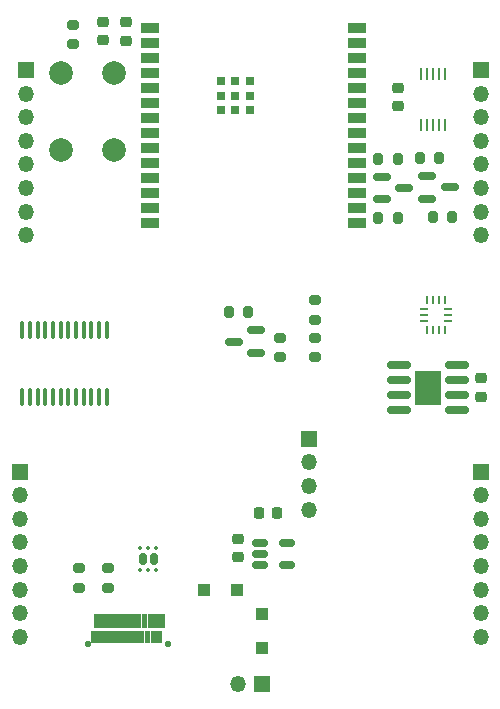
<source format=gbr>
%TF.GenerationSoftware,KiCad,Pcbnew,8.0.5*%
%TF.CreationDate,2025-02-08T11:35:47+01:00*%
%TF.ProjectId,ESP32 adon,45535033-3220-4616-946f-6e2e6b696361,rev?*%
%TF.SameCoordinates,Original*%
%TF.FileFunction,Soldermask,Top*%
%TF.FilePolarity,Negative*%
%FSLAX46Y46*%
G04 Gerber Fmt 4.6, Leading zero omitted, Abs format (unit mm)*
G04 Created by KiCad (PCBNEW 8.0.5) date 2025-02-08 11:35:47*
%MOMM*%
%LPD*%
G01*
G04 APERTURE LIST*
G04 Aperture macros list*
%AMRoundRect*
0 Rectangle with rounded corners*
0 $1 Rounding radius*
0 $2 $3 $4 $5 $6 $7 $8 $9 X,Y pos of 4 corners*
0 Add a 4 corners polygon primitive as box body*
4,1,4,$2,$3,$4,$5,$6,$7,$8,$9,$2,$3,0*
0 Add four circle primitives for the rounded corners*
1,1,$1+$1,$2,$3*
1,1,$1+$1,$4,$5*
1,1,$1+$1,$6,$7*
1,1,$1+$1,$8,$9*
0 Add four rect primitives between the rounded corners*
20,1,$1+$1,$2,$3,$4,$5,0*
20,1,$1+$1,$4,$5,$6,$7,0*
20,1,$1+$1,$6,$7,$8,$9,0*
20,1,$1+$1,$8,$9,$2,$3,0*%
G04 Aperture macros list end*
%ADD10C,0.010000*%
%ADD11R,1.350000X1.350000*%
%ADD12O,1.350000X1.350000*%
%ADD13RoundRect,0.225000X0.250000X-0.225000X0.250000X0.225000X-0.250000X0.225000X-0.250000X-0.225000X0*%
%ADD14RoundRect,0.200000X-0.275000X0.200000X-0.275000X-0.200000X0.275000X-0.200000X0.275000X0.200000X0*%
%ADD15RoundRect,0.225000X-0.250000X0.225000X-0.250000X-0.225000X0.250000X-0.225000X0.250000X0.225000X0*%
%ADD16RoundRect,0.200000X0.200000X0.275000X-0.200000X0.275000X-0.200000X-0.275000X0.200000X-0.275000X0*%
%ADD17R,1.500000X0.900000*%
%ADD18R,0.800000X0.800000*%
%ADD19RoundRect,0.200000X-0.200000X-0.275000X0.200000X-0.275000X0.200000X0.275000X-0.200000X0.275000X0*%
%ADD20RoundRect,0.075000X-0.075000X0.087500X-0.075000X-0.087500X0.075000X-0.087500X0.075000X0.087500X0*%
%ADD21RoundRect,0.153250X-0.153250X0.321750X-0.153250X-0.321750X0.153250X-0.321750X0.153250X0.321750X0*%
%ADD22RoundRect,0.200000X0.275000X-0.200000X0.275000X0.200000X-0.275000X0.200000X-0.275000X-0.200000X0*%
%ADD23R,0.250000X0.675000*%
%ADD24R,0.675000X0.250000*%
%ADD25RoundRect,0.150000X-0.587500X-0.150000X0.587500X-0.150000X0.587500X0.150000X-0.587500X0.150000X0*%
%ADD26C,0.550000*%
%ADD27RoundRect,0.250000X0.300000X0.300000X-0.300000X0.300000X-0.300000X-0.300000X0.300000X-0.300000X0*%
%ADD28C,2.000000*%
%ADD29R,0.250000X1.100000*%
%ADD30RoundRect,0.150000X-0.512500X-0.150000X0.512500X-0.150000X0.512500X0.150000X-0.512500X0.150000X0*%
%ADD31RoundRect,0.150000X-0.825000X-0.150000X0.825000X-0.150000X0.825000X0.150000X-0.825000X0.150000X0*%
%ADD32R,2.290000X3.000000*%
%ADD33RoundRect,0.100000X-0.100000X0.637500X-0.100000X-0.637500X0.100000X-0.637500X0.100000X0.637500X0*%
%ADD34RoundRect,0.150000X0.587500X0.150000X-0.587500X0.150000X-0.587500X-0.150000X0.587500X-0.150000X0*%
%ADD35RoundRect,0.250000X-0.300000X0.300000X-0.300000X-0.300000X0.300000X-0.300000X0.300000X0.300000X0*%
%ADD36RoundRect,0.225000X0.225000X0.250000X-0.225000X0.250000X-0.225000X-0.250000X0.225000X-0.250000X0*%
G04 APERTURE END LIST*
D10*
%TO.C,J6*%
X57960000Y-103425000D02*
X57560000Y-103425000D01*
X57560000Y-102475000D01*
X57960000Y-102475000D01*
X57960000Y-103425000D01*
G36*
X57960000Y-103425000D02*
G01*
X57560000Y-103425000D01*
X57560000Y-102475000D01*
X57960000Y-102475000D01*
X57960000Y-103425000D01*
G37*
X58210000Y-102125000D02*
X57810000Y-102125000D01*
X57810000Y-101075000D01*
X58210000Y-101075000D01*
X58210000Y-102125000D01*
G36*
X58210000Y-102125000D02*
G01*
X57810000Y-102125000D01*
X57810000Y-101075000D01*
X58210000Y-101075000D01*
X58210000Y-102125000D01*
G37*
X58460000Y-103425000D02*
X58060000Y-103425000D01*
X58060000Y-102475000D01*
X58460000Y-102475000D01*
X58460000Y-103425000D01*
G36*
X58460000Y-103425000D02*
G01*
X58060000Y-103425000D01*
X58060000Y-102475000D01*
X58460000Y-102475000D01*
X58460000Y-103425000D01*
G37*
X58710000Y-102125000D02*
X58310000Y-102125000D01*
X58310000Y-101075000D01*
X58710000Y-101075000D01*
X58710000Y-102125000D01*
G36*
X58710000Y-102125000D02*
G01*
X58310000Y-102125000D01*
X58310000Y-101075000D01*
X58710000Y-101075000D01*
X58710000Y-102125000D01*
G37*
X58960000Y-103425000D02*
X58560000Y-103425000D01*
X58560000Y-102475000D01*
X58960000Y-102475000D01*
X58960000Y-103425000D01*
G36*
X58960000Y-103425000D02*
G01*
X58560000Y-103425000D01*
X58560000Y-102475000D01*
X58960000Y-102475000D01*
X58960000Y-103425000D01*
G37*
X59210000Y-102125000D02*
X58810000Y-102125000D01*
X58810000Y-101075000D01*
X59210000Y-101075000D01*
X59210000Y-102125000D01*
G36*
X59210000Y-102125000D02*
G01*
X58810000Y-102125000D01*
X58810000Y-101075000D01*
X59210000Y-101075000D01*
X59210000Y-102125000D01*
G37*
X59460000Y-103425000D02*
X59060000Y-103425000D01*
X59060000Y-102475000D01*
X59460000Y-102475000D01*
X59460000Y-103425000D01*
G36*
X59460000Y-103425000D02*
G01*
X59060000Y-103425000D01*
X59060000Y-102475000D01*
X59460000Y-102475000D01*
X59460000Y-103425000D01*
G37*
X59710000Y-102125000D02*
X59310000Y-102125000D01*
X59310000Y-101075000D01*
X59710000Y-101075000D01*
X59710000Y-102125000D01*
G36*
X59710000Y-102125000D02*
G01*
X59310000Y-102125000D01*
X59310000Y-101075000D01*
X59710000Y-101075000D01*
X59710000Y-102125000D01*
G37*
X59960000Y-103425000D02*
X59560000Y-103425000D01*
X59560000Y-102475000D01*
X59960000Y-102475000D01*
X59960000Y-103425000D01*
G36*
X59960000Y-103425000D02*
G01*
X59560000Y-103425000D01*
X59560000Y-102475000D01*
X59960000Y-102475000D01*
X59960000Y-103425000D01*
G37*
X60210000Y-102125000D02*
X59810000Y-102125000D01*
X59810000Y-101075000D01*
X60210000Y-101075000D01*
X60210000Y-102125000D01*
G36*
X60210000Y-102125000D02*
G01*
X59810000Y-102125000D01*
X59810000Y-101075000D01*
X60210000Y-101075000D01*
X60210000Y-102125000D01*
G37*
X60460000Y-103425000D02*
X60060000Y-103425000D01*
X60060000Y-102475000D01*
X60460000Y-102475000D01*
X60460000Y-103425000D01*
G36*
X60460000Y-103425000D02*
G01*
X60060000Y-103425000D01*
X60060000Y-102475000D01*
X60460000Y-102475000D01*
X60460000Y-103425000D01*
G37*
X60710000Y-102125000D02*
X60310000Y-102125000D01*
X60310000Y-101075000D01*
X60710000Y-101075000D01*
X60710000Y-102125000D01*
G36*
X60710000Y-102125000D02*
G01*
X60310000Y-102125000D01*
X60310000Y-101075000D01*
X60710000Y-101075000D01*
X60710000Y-102125000D01*
G37*
X60960000Y-103425000D02*
X60560000Y-103425000D01*
X60560000Y-102475000D01*
X60960000Y-102475000D01*
X60960000Y-103425000D01*
G36*
X60960000Y-103425000D02*
G01*
X60560000Y-103425000D01*
X60560000Y-102475000D01*
X60960000Y-102475000D01*
X60960000Y-103425000D01*
G37*
X61210000Y-102125000D02*
X60810000Y-102125000D01*
X60810000Y-101075000D01*
X61210000Y-101075000D01*
X61210000Y-102125000D01*
G36*
X61210000Y-102125000D02*
G01*
X60810000Y-102125000D01*
X60810000Y-101075000D01*
X61210000Y-101075000D01*
X61210000Y-102125000D01*
G37*
X61460000Y-103425000D02*
X61060000Y-103425000D01*
X61060000Y-102475000D01*
X61460000Y-102475000D01*
X61460000Y-103425000D01*
G36*
X61460000Y-103425000D02*
G01*
X61060000Y-103425000D01*
X61060000Y-102475000D01*
X61460000Y-102475000D01*
X61460000Y-103425000D01*
G37*
X61710000Y-102125000D02*
X61310000Y-102125000D01*
X61310000Y-101075000D01*
X61710000Y-101075000D01*
X61710000Y-102125000D01*
G36*
X61710000Y-102125000D02*
G01*
X61310000Y-102125000D01*
X61310000Y-101075000D01*
X61710000Y-101075000D01*
X61710000Y-102125000D01*
G37*
X61960000Y-103425000D02*
X61560000Y-103425000D01*
X61560000Y-102475000D01*
X61960000Y-102475000D01*
X61960000Y-103425000D01*
G36*
X61960000Y-103425000D02*
G01*
X61560000Y-103425000D01*
X61560000Y-102475000D01*
X61960000Y-102475000D01*
X61960000Y-103425000D01*
G37*
X62210000Y-102125000D02*
X61810000Y-102125000D01*
X61810000Y-101075000D01*
X62210000Y-101075000D01*
X62210000Y-102125000D01*
G36*
X62210000Y-102125000D02*
G01*
X61810000Y-102125000D01*
X61810000Y-101075000D01*
X62210000Y-101075000D01*
X62210000Y-102125000D01*
G37*
X62460000Y-103425000D02*
X62060000Y-103425000D01*
X62060000Y-102475000D01*
X62460000Y-102475000D01*
X62460000Y-103425000D01*
G36*
X62460000Y-103425000D02*
G01*
X62060000Y-103425000D01*
X62060000Y-102475000D01*
X62460000Y-102475000D01*
X62460000Y-103425000D01*
G37*
X62710000Y-102125000D02*
X62310000Y-102125000D01*
X62310000Y-101075000D01*
X62710000Y-101075000D01*
X62710000Y-102125000D01*
G36*
X62710000Y-102125000D02*
G01*
X62310000Y-102125000D01*
X62310000Y-101075000D01*
X62710000Y-101075000D01*
X62710000Y-102125000D01*
G37*
X62960000Y-103425000D02*
X62560000Y-103425000D01*
X62560000Y-102475000D01*
X62960000Y-102475000D01*
X62960000Y-103425000D01*
G36*
X62960000Y-103425000D02*
G01*
X62560000Y-103425000D01*
X62560000Y-102475000D01*
X62960000Y-102475000D01*
X62960000Y-103425000D01*
G37*
X63210000Y-102125000D02*
X62810000Y-102125000D01*
X62810000Y-101075000D01*
X63210000Y-101075000D01*
X63210000Y-102125000D01*
G36*
X63210000Y-102125000D02*
G01*
X62810000Y-102125000D01*
X62810000Y-101075000D01*
X63210000Y-101075000D01*
X63210000Y-102125000D01*
G37*
X63460000Y-103425000D02*
X63060000Y-103425000D01*
X63060000Y-102475000D01*
X63460000Y-102475000D01*
X63460000Y-103425000D01*
G36*
X63460000Y-103425000D02*
G01*
X63060000Y-103425000D01*
X63060000Y-102475000D01*
X63460000Y-102475000D01*
X63460000Y-103425000D01*
G37*
X63710000Y-102125000D02*
X63310000Y-102125000D01*
X63310000Y-101075000D01*
X63710000Y-101075000D01*
X63710000Y-102125000D01*
G36*
X63710000Y-102125000D02*
G01*
X63310000Y-102125000D01*
X63310000Y-101075000D01*
X63710000Y-101075000D01*
X63710000Y-102125000D01*
G37*
%TD*%
D11*
%TO.C,J2*%
X51500000Y-89000000D03*
D12*
X51500000Y-91000000D03*
X51500000Y-93000000D03*
X51500000Y-95000000D03*
X51500000Y-97000000D03*
X51500000Y-99000000D03*
X51500000Y-101000000D03*
X51500000Y-103000000D03*
%TD*%
D13*
%TO.C,C5*%
X83500000Y-58050000D03*
X83500000Y-56500000D03*
%TD*%
D14*
%TO.C,R17*%
X56490000Y-97175000D03*
X56490000Y-98825000D03*
%TD*%
D15*
%TO.C,C2*%
X58500000Y-50950000D03*
X58500000Y-52500000D03*
%TD*%
D16*
%TO.C,R7*%
X88087500Y-67450000D03*
X86437500Y-67450000D03*
%TD*%
D17*
%TO.C,U1*%
X62500000Y-51460000D03*
X62500000Y-52730000D03*
X62500000Y-54000000D03*
X62500000Y-55270000D03*
X62500000Y-56540000D03*
X62500000Y-57810000D03*
X62500000Y-59080000D03*
X62500000Y-60350000D03*
X62500000Y-61620000D03*
X62500000Y-62890000D03*
X62500000Y-64160000D03*
X62500000Y-65430000D03*
X62500000Y-66700000D03*
X62500000Y-67970000D03*
X80000000Y-67970000D03*
X80000000Y-66700000D03*
X80000000Y-65430000D03*
X80000000Y-64160000D03*
X80000000Y-62890000D03*
X80000000Y-61620000D03*
X80000000Y-60350000D03*
X80000000Y-59080000D03*
X80000000Y-57810000D03*
X80000000Y-56540000D03*
X80000000Y-55270000D03*
X80000000Y-54000000D03*
X80000000Y-52730000D03*
X80000000Y-51460000D03*
D18*
X68495000Y-55930000D03*
X68495000Y-57180000D03*
X68495000Y-58430000D03*
X69745000Y-55930000D03*
X69745000Y-57180000D03*
X69745000Y-58430000D03*
X70995000Y-55930000D03*
X70995000Y-57180000D03*
X70995000Y-58430000D03*
%TD*%
D19*
%TO.C,R6*%
X81850000Y-67500000D03*
X83500000Y-67500000D03*
%TD*%
D20*
%TO.C,D3*%
X63000000Y-95500000D03*
X62350000Y-95500000D03*
X61700000Y-95500000D03*
D21*
X61883500Y-96425000D03*
D20*
X61700000Y-97350000D03*
X62350000Y-97350000D03*
D21*
X62816500Y-96425000D03*
D20*
X63000000Y-97350000D03*
%TD*%
D15*
%TO.C,C3*%
X70000000Y-94725000D03*
X70000000Y-96275000D03*
%TD*%
D14*
%TO.C,R18*%
X56000000Y-51175000D03*
X56000000Y-52825000D03*
%TD*%
D22*
%TO.C,R2*%
X76500000Y-76150000D03*
X76500000Y-74500000D03*
%TD*%
D14*
%TO.C,R1*%
X73500000Y-77675000D03*
X73500000Y-79325000D03*
%TD*%
D23*
%TO.C,MT1*%
X86000000Y-77025000D03*
X86500000Y-77025000D03*
X87000000Y-77025000D03*
X87500000Y-77025000D03*
D24*
X87762500Y-76262500D03*
X87762500Y-75762500D03*
X87762500Y-75262500D03*
D23*
X87500000Y-74500000D03*
X87000000Y-74500000D03*
X86500000Y-74500000D03*
X86000000Y-74500000D03*
D24*
X85737500Y-75262500D03*
X85737500Y-75762500D03*
X85737500Y-76262500D03*
%TD*%
D13*
%TO.C,C6*%
X90500000Y-82655000D03*
X90500000Y-81105000D03*
%TD*%
D25*
%TO.C,Q5*%
X82125000Y-64050000D03*
X82125000Y-65950000D03*
X84000000Y-65000000D03*
%TD*%
D16*
%TO.C,R8*%
X70825000Y-75500000D03*
X69175000Y-75500000D03*
%TD*%
D11*
%TO.C,J4*%
X90500000Y-89000000D03*
D12*
X90500000Y-91000000D03*
X90500000Y-93000000D03*
X90500000Y-95000000D03*
X90500000Y-97000000D03*
X90500000Y-99000000D03*
X90500000Y-101000000D03*
X90500000Y-103000000D03*
%TD*%
D26*
%TO.C,J6*%
X57235000Y-103575000D03*
X64035000Y-103575000D03*
%TD*%
D16*
%TO.C,R4*%
X87000000Y-62450000D03*
X85350000Y-62450000D03*
%TD*%
D27*
%TO.C,D2*%
X69900000Y-99000000D03*
X67100000Y-99000000D03*
%TD*%
D11*
%TO.C,J5*%
X90500000Y-55000000D03*
D12*
X90500000Y-57000000D03*
X90500000Y-59000000D03*
X90500000Y-61000000D03*
X90500000Y-63000000D03*
X90500000Y-65000000D03*
X90500000Y-67000000D03*
X90500000Y-69000000D03*
%TD*%
D25*
%TO.C,Q6*%
X86000000Y-64000000D03*
X86000000Y-65900000D03*
X87875000Y-64950000D03*
%TD*%
D28*
%TO.C,SW2*%
X55000000Y-61750000D03*
X55000000Y-55250000D03*
X59500000Y-61750000D03*
X59500000Y-55250000D03*
%TD*%
D15*
%TO.C,C4*%
X60495000Y-50960000D03*
X60495000Y-52510000D03*
%TD*%
D29*
%TO.C,U3*%
X85500000Y-59650000D03*
X86000000Y-59650000D03*
X86500000Y-59650000D03*
X87000000Y-59650000D03*
X87500000Y-59650000D03*
X87500000Y-55350000D03*
X87000000Y-55350000D03*
X86500000Y-55350000D03*
X86000000Y-55350000D03*
X85500000Y-55350000D03*
%TD*%
D11*
%TO.C,J3*%
X72000000Y-107000000D03*
D12*
X70000000Y-107000000D03*
%TD*%
D30*
%TO.C,U4*%
X71862500Y-95050000D03*
X71862500Y-96000000D03*
X71862500Y-96950000D03*
X74137500Y-96950000D03*
X74137500Y-95050000D03*
%TD*%
D31*
%TO.C,U6*%
X83595000Y-80000000D03*
X83595000Y-81270000D03*
X83595000Y-82540000D03*
X83595000Y-83810000D03*
X88545000Y-83810000D03*
X88545000Y-82540000D03*
X88545000Y-81270000D03*
X88545000Y-80000000D03*
D32*
X86070000Y-81905000D03*
%TD*%
D33*
%TO.C,U2*%
X58850000Y-77000000D03*
X58200000Y-77000000D03*
X57550000Y-77000000D03*
X56900000Y-77000000D03*
X56250000Y-77000000D03*
X55600000Y-77000000D03*
X54950000Y-77000000D03*
X54300000Y-77000000D03*
X53650000Y-77000000D03*
X53000000Y-77000000D03*
X52350000Y-77000000D03*
X51700000Y-77000000D03*
X51700000Y-82725000D03*
X52350000Y-82725000D03*
X53000000Y-82725000D03*
X53650000Y-82725000D03*
X54300000Y-82725000D03*
X54950000Y-82725000D03*
X55600000Y-82725000D03*
X56250000Y-82725000D03*
X56900000Y-82725000D03*
X57550000Y-82725000D03*
X58200000Y-82725000D03*
X58850000Y-82725000D03*
%TD*%
D34*
%TO.C,Q4*%
X71500000Y-78950000D03*
X71500000Y-77050000D03*
X69625000Y-78000000D03*
%TD*%
D35*
%TO.C,D1*%
X72000000Y-101100000D03*
X72000000Y-103900000D03*
%TD*%
D19*
%TO.C,R5*%
X81850000Y-62500000D03*
X83500000Y-62500000D03*
%TD*%
D11*
%TO.C,J1*%
X52000000Y-55000000D03*
D12*
X52000000Y-57000000D03*
X52000000Y-59000000D03*
X52000000Y-61000000D03*
X52000000Y-63000000D03*
X52000000Y-65000000D03*
X52000000Y-67000000D03*
X52000000Y-69000000D03*
%TD*%
D14*
%TO.C,R3*%
X76500000Y-77675000D03*
X76500000Y-79325000D03*
%TD*%
D11*
%TO.C,J7*%
X75955000Y-86215000D03*
D12*
X75955000Y-88215000D03*
X75955000Y-90215000D03*
X75955000Y-92215000D03*
%TD*%
D14*
%TO.C,R16*%
X59000000Y-97175000D03*
X59000000Y-98825000D03*
%TD*%
D36*
%TO.C,C1*%
X73275000Y-92500000D03*
X71725000Y-92500000D03*
%TD*%
M02*

</source>
